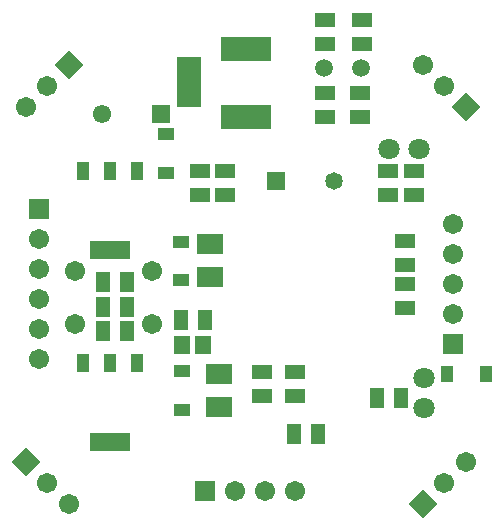
<source format=gbs>
G04*
G04 #@! TF.GenerationSoftware,Altium Limited,Altium Designer,20.0.10 (225)*
G04*
G04 Layer_Color=16711935*
%FSLAX25Y25*%
%MOIN*%
G70*
G01*
G75*
%ADD19R,0.04800X0.06800*%
%ADD24C,0.07099*%
%ADD25C,0.06706*%
%ADD26R,0.07887X0.16548*%
%ADD27R,0.16548X0.07887*%
%ADD28R,0.06115X0.06115*%
%ADD29C,0.06115*%
%ADD30R,0.06706X0.06706*%
%ADD31R,0.06706X0.06706*%
%ADD32C,0.05918*%
%ADD33P,0.09483X4X270.0*%
%ADD34P,0.09483X4X180.0*%
%ADD35R,0.05839X0.05839*%
%ADD36C,0.05839*%
%ADD67R,0.13556X0.05958*%
%ADD68R,0.04461X0.05958*%
%ADD69R,0.06800X0.04800*%
%ADD70R,0.04383X0.05603*%
%ADD71R,0.05524X0.06312*%
%ADD72R,0.05603X0.04383*%
%ADD73R,0.08800X0.06800*%
D19*
X150063Y60630D02*
D03*
X142063D02*
D03*
X58724Y90945D02*
D03*
X50724D02*
D03*
X58724Y83071D02*
D03*
X50724D02*
D03*
X50787Y99213D02*
D03*
X58787D02*
D03*
X114504Y48425D02*
D03*
X122504D02*
D03*
X76709Y86614D02*
D03*
X84709D02*
D03*
D24*
X157874Y67205D02*
D03*
Y57205D02*
D03*
X146181Y143701D02*
D03*
X156181D02*
D03*
D25*
X41535Y102953D02*
D03*
Y85236D02*
D03*
X67126Y102953D02*
D03*
Y85236D02*
D03*
X29528Y73543D02*
D03*
Y83543D02*
D03*
Y93543D02*
D03*
Y103543D02*
D03*
Y113543D02*
D03*
X94646Y29528D02*
D03*
X104646D02*
D03*
X114646D02*
D03*
X167323Y88425D02*
D03*
Y98425D02*
D03*
Y108425D02*
D03*
Y118425D02*
D03*
X32283Y164567D02*
D03*
X25212Y157496D02*
D03*
X164567Y164567D02*
D03*
X157496Y171638D02*
D03*
X164567Y32283D02*
D03*
X171638Y39355D02*
D03*
X32283Y32283D02*
D03*
X39355Y25212D02*
D03*
D26*
X79528Y165945D02*
D03*
D27*
X98425Y176969D02*
D03*
Y154134D02*
D03*
D28*
X70079Y155118D02*
D03*
D29*
X50394Y155118D02*
D03*
D30*
X29528Y123543D02*
D03*
X167323Y78425D02*
D03*
D31*
X84646Y29528D02*
D03*
D32*
X136811Y170472D02*
D03*
X124606D02*
D03*
D33*
X39355Y171638D02*
D03*
X157496Y25212D02*
D03*
D34*
X171638Y157496D02*
D03*
X25212Y39355D02*
D03*
D35*
X108504Y133071D02*
D03*
D36*
X127717D02*
D03*
D67*
X53150Y45886D02*
D03*
Y110059D02*
D03*
D68*
X62165Y72224D02*
D03*
X53150D02*
D03*
X44134D02*
D03*
X62165Y136398D02*
D03*
X53150D02*
D03*
X44134D02*
D03*
D69*
X151575Y98488D02*
D03*
Y90488D02*
D03*
Y105055D02*
D03*
Y113055D02*
D03*
X103937Y61291D02*
D03*
Y69291D02*
D03*
X114961Y61354D02*
D03*
Y69354D02*
D03*
X124803Y154268D02*
D03*
Y162268D02*
D03*
X137008Y186677D02*
D03*
Y178677D02*
D03*
X124803Y186677D02*
D03*
Y178677D02*
D03*
X154331Y128284D02*
D03*
Y136284D02*
D03*
X145669Y128284D02*
D03*
Y136284D02*
D03*
X91339Y128284D02*
D03*
Y136284D02*
D03*
X83071Y128284D02*
D03*
Y136284D02*
D03*
X136614Y162268D02*
D03*
Y154268D02*
D03*
D70*
X178484Y68504D02*
D03*
X165610D02*
D03*
D71*
X77165Y78346D02*
D03*
X84252D02*
D03*
D72*
X77165Y56555D02*
D03*
Y69429D02*
D03*
X76772Y112736D02*
D03*
Y99862D02*
D03*
X71653Y148563D02*
D03*
Y135689D02*
D03*
D73*
X86614Y111799D02*
D03*
Y100799D02*
D03*
X89370Y57492D02*
D03*
Y68492D02*
D03*
M02*

</source>
